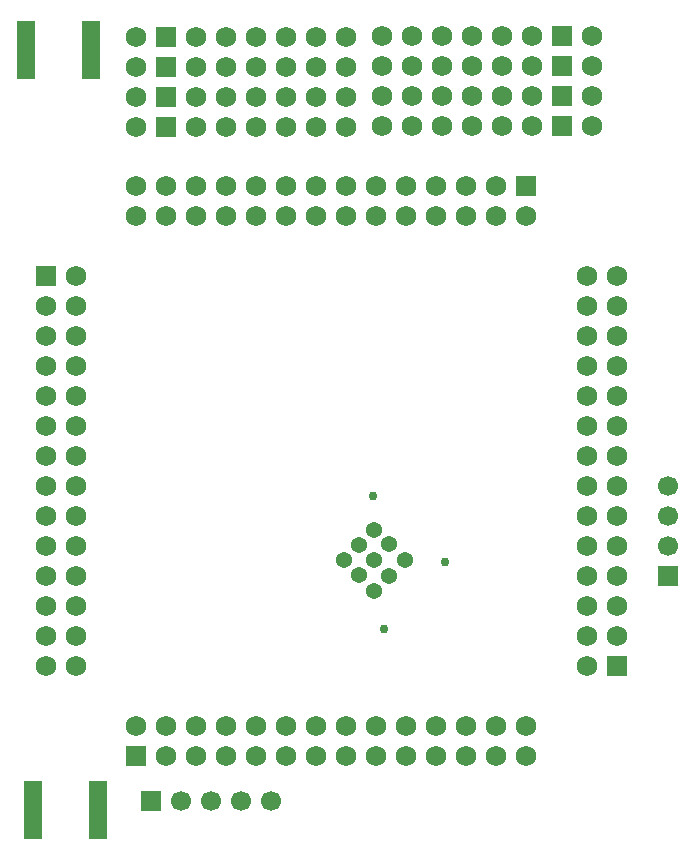
<source format=gbs>
G04*
G04 #@! TF.GenerationSoftware,Altium Limited,Altium Designer,23.2.1 (34)*
G04*
G04 Layer_Color=16711935*
%FSLAX44Y44*%
%MOMM*%
G71*
G04*
G04 #@! TF.SameCoordinates,ABC1B65B-6388-4075-88A0-289E2620619A*
G04*
G04*
G04 #@! TF.FilePolarity,Negative*
G04*
G01*
G75*
%ADD19R,1.6000X5.0000*%
%ADD44C,1.7500*%
%ADD45R,1.7500X1.7500*%
%ADD46R,1.7500X1.7500*%
%ADD47C,1.7000*%
%ADD48R,1.7000X1.7000*%
%ADD49R,1.7000X1.7000*%
%ADD50C,0.7632*%
%ADD51C,1.3700*%
D19*
X23275Y672008D02*
D03*
X78675D02*
D03*
X28800Y28600D02*
D03*
X84200D02*
D03*
D44*
X65927Y353620D02*
D03*
Y252020D02*
D03*
Y302820D02*
D03*
Y328220D02*
D03*
Y277420D02*
D03*
X40527Y252020D02*
D03*
Y302820D02*
D03*
Y353620D02*
D03*
Y328220D02*
D03*
Y277420D02*
D03*
Y226620D02*
D03*
X65927D02*
D03*
Y150420D02*
D03*
Y175820D02*
D03*
X40527Y150420D02*
D03*
Y175820D02*
D03*
Y201220D02*
D03*
X65927D02*
D03*
X40527Y455220D02*
D03*
X65927Y480620D02*
D03*
Y455220D02*
D03*
X40527Y429820D02*
D03*
X65927D02*
D03*
X40527Y404420D02*
D03*
X65927D02*
D03*
Y379020D02*
D03*
X40527D02*
D03*
X116787Y99570D02*
D03*
X142187D02*
D03*
Y74170D02*
D03*
X167587D02*
D03*
Y99570D02*
D03*
X192987Y74170D02*
D03*
Y99570D02*
D03*
X218387D02*
D03*
Y74170D02*
D03*
X243787Y99570D02*
D03*
X345387D02*
D03*
X294587D02*
D03*
X269187D02*
D03*
X319987D02*
D03*
X345387Y74170D02*
D03*
X294587D02*
D03*
X243787D02*
D03*
X269187D02*
D03*
X319987D02*
D03*
X370787D02*
D03*
Y99570D02*
D03*
X446987D02*
D03*
X421587D02*
D03*
X446987Y74170D02*
D03*
X421587D02*
D03*
X396187D02*
D03*
Y99570D02*
D03*
X167617Y531580D02*
D03*
Y556980D02*
D03*
X193017Y531580D02*
D03*
Y556980D02*
D03*
X243817D02*
D03*
X294617D02*
D03*
X345417D02*
D03*
X320017D02*
D03*
X269217D02*
D03*
X218417D02*
D03*
X142217D02*
D03*
X116817D02*
D03*
X142217Y531580D02*
D03*
X116817D02*
D03*
X243817D02*
D03*
X294617D02*
D03*
X320017D02*
D03*
X269217D02*
D03*
X218417D02*
D03*
X345417D02*
D03*
X370817D02*
D03*
Y556980D02*
D03*
X396217Y531580D02*
D03*
Y556980D02*
D03*
X421617D02*
D03*
Y531580D02*
D03*
X447017D02*
D03*
X497907Y429820D02*
D03*
X523307D02*
D03*
X497907Y404420D02*
D03*
X523307D02*
D03*
Y353620D02*
D03*
Y302820D02*
D03*
Y252020D02*
D03*
Y277420D02*
D03*
Y328220D02*
D03*
Y379020D02*
D03*
Y455220D02*
D03*
Y480620D02*
D03*
X497907Y455220D02*
D03*
Y480620D02*
D03*
Y353620D02*
D03*
Y302820D02*
D03*
Y277420D02*
D03*
Y328220D02*
D03*
Y379020D02*
D03*
Y252020D02*
D03*
Y226620D02*
D03*
X523307D02*
D03*
X497907Y201220D02*
D03*
X523307D02*
D03*
Y175820D02*
D03*
X497907D02*
D03*
Y150420D02*
D03*
X166800Y607000D02*
D03*
X192200D02*
D03*
X116000Y632400D02*
D03*
Y607000D02*
D03*
X166800Y683200D02*
D03*
Y632400D02*
D03*
X192200D02*
D03*
Y657800D02*
D03*
X217600Y683200D02*
D03*
X116000Y657800D02*
D03*
X166800D02*
D03*
X243000Y683200D02*
D03*
Y657800D02*
D03*
Y632400D02*
D03*
X217600Y657800D02*
D03*
Y607000D02*
D03*
X243000D02*
D03*
X217600Y632400D02*
D03*
X268400Y657800D02*
D03*
X293800Y607000D02*
D03*
X268400D02*
D03*
Y632400D02*
D03*
X293800D02*
D03*
Y657800D02*
D03*
X268400Y683200D02*
D03*
X293800D02*
D03*
X192200D02*
D03*
X116000D02*
D03*
X452000Y684000D02*
D03*
X426600D02*
D03*
X502800Y658600D02*
D03*
Y684000D02*
D03*
X452000Y607800D02*
D03*
Y658600D02*
D03*
X426600D02*
D03*
Y633200D02*
D03*
X401200Y607800D02*
D03*
X502800Y633200D02*
D03*
X452000D02*
D03*
X375800Y607800D02*
D03*
Y633200D02*
D03*
Y658600D02*
D03*
X401200Y633200D02*
D03*
Y684000D02*
D03*
X375800D02*
D03*
X401200Y658600D02*
D03*
X350400Y633200D02*
D03*
X325000Y684000D02*
D03*
X350400D02*
D03*
Y658600D02*
D03*
X325000D02*
D03*
Y633200D02*
D03*
X350400Y607800D02*
D03*
X325000D02*
D03*
X426600D02*
D03*
X502800D02*
D03*
D45*
X40527Y480620D02*
D03*
X523307Y150420D02*
D03*
X141400Y683200D02*
D03*
Y657800D02*
D03*
Y632400D02*
D03*
Y607000D02*
D03*
X477400Y607800D02*
D03*
Y633200D02*
D03*
Y658600D02*
D03*
Y684000D02*
D03*
D46*
X116787Y74170D02*
D03*
X447017Y556980D02*
D03*
D47*
X230480Y35916D02*
D03*
X205080D02*
D03*
X154280D02*
D03*
X179680D02*
D03*
X566598Y252044D02*
D03*
Y277444D02*
D03*
Y302844D02*
D03*
D48*
X128880Y35916D02*
D03*
D49*
X566598Y226644D02*
D03*
D50*
X377662Y238705D02*
D03*
X326128Y182053D02*
D03*
X317500Y294500D02*
D03*
D51*
X317790Y240631D02*
D03*
X344186Y240086D02*
D03*
X330895Y226796D02*
D03*
X304852Y227694D02*
D03*
X317964Y265950D02*
D03*
X292280Y240266D02*
D03*
X305212Y253198D02*
D03*
X330715Y253557D02*
D03*
X318323Y214223D02*
D03*
M02*

</source>
